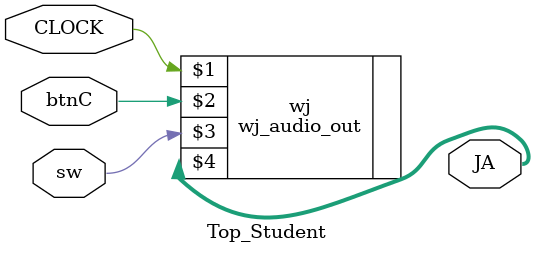
<source format=v>
`timescale 1ns / 1ps


module Top_Student (input CLOCK, btnC, sw, output [3:0] JA);
    wj_audio_out wj(CLOCK, btnC, sw, JA);

endmodule
</source>
